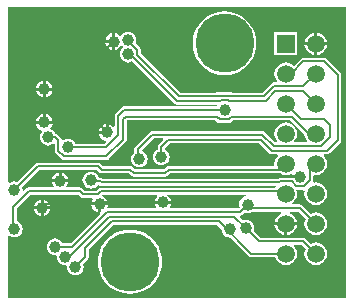
<source format=gbl>
%FSLAX44Y44*%
%MOMM*%
G71*
G01*
G75*
G04 Layer_Physical_Order=2*
G04 Layer_Color=16711680*
%ADD10R,0.7000X1.0000*%
%ADD11R,0.6000X1.8000*%
%ADD12R,1.5000X2.8000*%
%ADD13R,1.0000X0.7000*%
%ADD14R,0.5700X0.5700*%
%ADD15R,0.4700X0.6700*%
%ADD16R,0.6700X0.5500*%
%ADD17O,0.3000X0.9000*%
%ADD18O,0.9000X0.3000*%
%ADD19R,2.3000X2.3000*%
%ADD20R,0.2000X0.6000*%
%ADD21R,1.0000X0.3000*%
%ADD22R,0.9000X0.3200*%
%ADD23R,0.3000X0.9000*%
%ADD24C,0.2000*%
%ADD25R,1.5000X1.5000*%
%ADD26C,1.5000*%
%ADD27C,5.0000*%
%ADD28C,1.0000*%
G36*
X1858910Y348421D02*
X1859902Y347758D01*
X1861073Y347525D01*
X1861073Y347525D01*
X1883838D01*
X1885826Y345536D01*
X1885827Y345536D01*
X1886421Y345139D01*
X1886819Y344873D01*
X1887989Y344641D01*
X1914920D01*
X1914920Y344641D01*
X1916090Y344873D01*
X1917083Y345536D01*
X1919071Y347525D01*
X2011678D01*
X2011969Y347302D01*
X2014280Y346344D01*
X2016760Y346018D01*
X2019240Y346344D01*
X2021362Y347224D01*
X2022370Y346451D01*
X2022307Y345970D01*
X2029203D01*
Y343430D01*
X2023201D01*
X2023057Y343526D01*
X2022273Y343682D01*
X2022139Y344700D01*
X2014991Y343759D01*
X2012411D01*
X2012411Y343759D01*
X2011240Y343526D01*
X2010248Y342863D01*
X2010248Y342863D01*
X2010143Y342758D01*
X1862161D01*
X1862056Y342863D01*
X1861064Y343526D01*
X1859893Y343759D01*
X1859893Y343759D01*
X1858488D01*
X1857955Y345047D01*
X1856833Y346509D01*
X1855371Y347631D01*
X1853668Y348336D01*
X1851840Y348577D01*
X1850013Y348336D01*
X1848310Y347631D01*
X1846848Y346509D01*
X1845726Y345047D01*
X1845021Y343344D01*
X1844780Y341517D01*
X1845021Y339689D01*
X1845726Y337986D01*
X1846848Y336524D01*
X1848310Y335402D01*
X1850013Y334697D01*
X1851840Y334456D01*
X1853668Y334697D01*
X1855371Y335402D01*
X1856833Y336524D01*
X1857690Y337641D01*
X1857690D01*
D01*
X1857693Y337641D01*
X1858731Y337536D01*
X1858731Y337536D01*
Y337536D01*
X1859723Y336873D01*
X1860894Y336641D01*
X1860894Y336641D01*
X2008292D01*
X2008417Y336387D01*
X2007746Y335309D01*
X1860221D01*
X1860221Y335309D01*
X1859050Y335076D01*
X1858058Y334413D01*
X1858058Y334413D01*
X1856220Y332575D01*
X1846780D01*
X1844692Y334663D01*
X1843700Y335326D01*
X1842529Y335559D01*
X1842529Y335559D01*
X1831642D01*
X1831080Y336698D01*
X1831864Y337720D01*
X1832570Y339423D01*
X1832643Y339980D01*
X1818857D01*
X1818930Y339423D01*
X1819635Y337720D01*
X1820420Y336698D01*
X1819858Y335559D01*
X1799250D01*
X1799250Y335559D01*
X1798080Y335326D01*
X1797087Y334663D01*
X1797087Y334663D01*
X1795273Y332848D01*
X1794134Y333410D01*
X1794148Y333516D01*
X1793907Y335344D01*
X1793618Y336042D01*
X1808034Y350458D01*
X1856873D01*
X1858910Y348421D01*
D02*
G37*
G36*
X2067910Y242090D02*
X1782090D01*
Y294090D01*
X1783229Y294652D01*
X1783557Y294400D01*
X1785260Y293695D01*
X1787087Y293454D01*
X1788915Y293695D01*
X1790617Y294400D01*
X1792080Y295522D01*
X1793202Y296985D01*
X1793907Y298687D01*
X1794148Y300515D01*
X1793907Y302342D01*
X1793202Y304045D01*
X1792080Y305507D01*
X1790617Y306629D01*
X1789131Y307245D01*
Y318055D01*
X1800517Y329441D01*
X1841263D01*
X1843350Y327354D01*
X1843350D01*
X1843350Y327354D01*
X1843350D01*
X1843350Y327354D01*
Y327354D01*
X1843350Y327354D01*
Y327354D01*
X1844342Y326691D01*
X1845513Y326458D01*
X1852795D01*
X1853357Y325319D01*
X1853136Y325030D01*
X1852430Y323327D01*
X1852357Y322770D01*
X1866143D01*
X1866070Y323327D01*
X1865365Y325030D01*
X1864242Y326492D01*
X1862780Y327615D01*
X1861077Y328320D01*
X1860961Y328664D01*
X1861488Y329191D01*
X1907670D01*
X1908078Y327989D01*
X1907758Y327742D01*
X1906635Y326280D01*
X1905930Y324577D01*
X1905857Y324020D01*
X1919643D01*
X1919570Y324577D01*
X1918864Y326280D01*
X1917742Y327742D01*
X1916280Y328865D01*
X1916345Y329191D01*
X1983381D01*
X1983464Y327924D01*
X1982673Y327820D01*
X1980970Y327114D01*
X1979507Y325992D01*
X1978385Y324530D01*
X1977680Y322827D01*
X1977440Y321000D01*
X1977680Y319173D01*
X1977876Y318701D01*
X1976983Y317809D01*
X1919218D01*
X1918656Y318948D01*
X1918864Y319220D01*
X1919570Y320923D01*
X1919643Y321480D01*
X1905857D01*
X1905930Y320923D01*
X1906635Y319220D01*
X1906844Y318948D01*
X1906283Y317809D01*
X1866441D01*
X1865735Y318865D01*
X1866070Y319673D01*
X1866143Y320230D01*
X1860520D01*
Y314606D01*
X1859438Y314464D01*
X1860000Y313325D01*
X1834983Y288309D01*
X1828060D01*
X1827865Y288780D01*
X1826742Y290242D01*
X1825280Y291364D01*
X1823577Y292070D01*
X1821750Y292310D01*
X1819923Y292070D01*
X1818220Y291364D01*
X1816758Y290242D01*
X1815636Y288780D01*
X1814930Y287077D01*
X1814690Y285250D01*
X1814930Y283423D01*
X1815636Y281720D01*
X1816758Y280258D01*
X1818220Y279135D01*
X1819923Y278430D01*
X1821750Y278190D01*
X1822357Y278270D01*
X1823255Y277372D01*
X1823175Y276765D01*
X1823416Y274937D01*
X1824121Y273235D01*
X1825243Y271772D01*
X1826705Y270650D01*
X1828408Y269945D01*
X1830235Y269704D01*
X1830842Y269784D01*
X1831740Y268886D01*
X1831660Y268279D01*
X1831901Y266452D01*
X1832606Y264749D01*
X1833728Y263287D01*
X1835190Y262165D01*
X1836893Y261460D01*
X1838721Y261219D01*
X1840548Y261460D01*
X1842251Y262165D01*
X1843713Y263287D01*
X1844835Y264749D01*
X1845540Y266452D01*
X1845781Y268279D01*
X1845540Y270107D01*
X1845345Y270578D01*
X1849163Y274396D01*
X1849163Y274396D01*
X1849826Y275388D01*
X1850059Y276559D01*
Y282831D01*
X1870919Y303691D01*
X1958983D01*
X1962980Y299694D01*
X1963180Y298173D01*
X1963885Y296470D01*
X1965008Y295008D01*
X1966470Y293885D01*
X1968173Y293180D01*
X1969694Y292980D01*
X1985437Y277237D01*
X1985437Y277237D01*
X1986429Y276574D01*
X1986429Y276574D01*
X1986429Y276574D01*
D01*
X1986429Y276574D01*
X1986429Y276574D01*
X1987600Y276341D01*
X1987600Y276341D01*
X2007744D01*
X2008462Y274609D01*
X2009984Y272624D01*
X2011969Y271102D01*
X2014280Y270145D01*
X2016760Y269818D01*
X2019240Y270145D01*
X2021551Y271102D01*
X2023535Y272624D01*
X2025058Y274609D01*
X2026015Y276920D01*
X2026342Y279400D01*
X2026015Y281880D01*
X2025058Y284191D01*
X2023535Y286175D01*
X2023761Y286841D01*
X2030393D01*
X2033622Y283612D01*
X2032905Y281880D01*
X2032578Y279400D01*
X2032905Y276920D01*
X2033862Y274609D01*
X2035385Y272624D01*
X2037369Y271102D01*
X2039680Y270145D01*
X2042160Y269818D01*
X2044640Y270145D01*
X2046951Y271102D01*
X2048935Y272624D01*
X2050458Y274609D01*
X2051416Y276920D01*
X2051742Y279400D01*
X2051416Y281880D01*
X2050458Y284191D01*
X2048935Y286175D01*
X2046951Y287698D01*
X2044640Y288655D01*
X2042160Y288982D01*
X2039680Y288655D01*
X2037948Y287938D01*
X2033823Y292063D01*
X2032831Y292726D01*
X2031660Y292959D01*
X2031660Y292959D01*
X1995367D01*
X1989624Y298701D01*
X1989820Y299173D01*
X1990060Y301000D01*
X1989820Y302827D01*
X1989115Y304530D01*
X1987992Y305993D01*
X1986530Y307115D01*
X1984827Y307820D01*
X1983000Y308060D01*
X1981173Y307820D01*
X1980701Y307624D01*
X1977981Y310345D01*
X1978250Y311691D01*
X1979420Y311924D01*
X1980413Y312587D01*
X1982201Y314375D01*
X1982673Y314180D01*
X1984500Y313940D01*
X1986327Y314180D01*
X1988030Y314886D01*
X1988103Y314941D01*
X2013164D01*
X2013411Y313696D01*
X2011969Y313098D01*
X2009984Y311575D01*
X2008462Y309591D01*
X2007504Y307280D01*
X2007345Y306070D01*
X2026175D01*
X2026015Y307280D01*
X2025058Y309591D01*
X2023535Y311575D01*
X2021551Y313098D01*
X2020109Y313696D01*
X2020356Y314941D01*
X2027693D01*
X2033622Y309012D01*
X2032905Y307280D01*
X2032578Y304800D01*
X2032905Y302320D01*
X2033862Y300009D01*
X2035385Y298025D01*
X2037369Y296502D01*
X2039680Y295544D01*
X2042160Y295218D01*
X2044640Y295544D01*
X2046951Y296502D01*
X2048935Y298025D01*
X2050458Y300009D01*
X2051416Y302320D01*
X2051742Y304800D01*
X2051416Y307280D01*
X2050458Y309591D01*
X2048935Y311575D01*
X2046951Y313098D01*
X2044640Y314056D01*
X2042160Y314382D01*
X2039680Y314056D01*
X2037948Y313338D01*
X2031123Y320163D01*
X2030130Y320826D01*
X2028960Y321059D01*
X2028960Y321059D01*
X2022428D01*
X2022020Y322261D01*
X2023535Y323425D01*
X2025058Y325409D01*
X2026015Y327720D01*
X2026342Y330200D01*
X2026015Y332680D01*
X2025708Y333423D01*
X2025886Y333641D01*
X2025886Y333641D01*
X2030584D01*
X2032905Y332680D01*
X2032578Y330200D01*
X2032905Y327720D01*
X2033862Y325409D01*
X2035385Y323425D01*
X2037369Y321902D01*
X2039680Y320945D01*
X2042160Y320618D01*
X2044640Y320945D01*
X2046951Y321902D01*
X2048935Y323425D01*
X2050458Y325409D01*
X2051416Y327720D01*
X2051742Y330200D01*
X2051416Y332680D01*
X2050458Y334991D01*
X2048935Y336975D01*
X2046951Y338498D01*
X2044640Y339455D01*
X2042160Y339782D01*
X2040961Y339624D01*
X2040093Y340551D01*
X2040259Y341386D01*
Y345305D01*
X2041214Y346143D01*
X2042160Y346018D01*
X2044640Y346344D01*
X2046951Y347302D01*
X2048935Y348825D01*
X2050458Y350809D01*
X2051416Y353120D01*
X2051742Y355600D01*
X2051416Y358080D01*
X2050458Y360391D01*
X2048935Y362375D01*
X2049297Y363441D01*
X2051750D01*
X2051750Y363441D01*
X2052921Y363674D01*
X2053913Y364337D01*
X2062913Y373337D01*
X2062913Y373337D01*
X2063576Y374329D01*
X2063576Y374329D01*
X2063576Y374329D01*
X2063809Y375500D01*
X2063809Y375500D01*
Y431000D01*
X2063576Y432170D01*
X2062913Y433163D01*
X2051613Y444463D01*
X2050621Y445126D01*
X2049450Y445359D01*
X2049450Y445359D01*
X2031660D01*
X2030490Y445126D01*
X2029497Y444463D01*
X2023605Y438571D01*
X2023535Y438575D01*
X2021551Y440098D01*
X2019240Y441055D01*
X2016760Y441382D01*
X2014280Y441055D01*
X2011969Y440098D01*
X2009984Y438575D01*
X2008462Y436591D01*
X2007504Y434280D01*
X2007178Y431800D01*
X2007504Y429320D01*
X2008462Y427009D01*
X2009621Y425498D01*
X2009060Y424359D01*
X2006643D01*
X2005473Y424126D01*
X2004480Y423463D01*
X1996826Y415809D01*
X1971666D01*
X1971237Y416096D01*
X1970066Y416328D01*
X1970066Y416328D01*
X1959189D01*
X1958018Y416096D01*
X1957589Y415809D01*
X1927517D01*
X1894309Y449017D01*
Y451564D01*
X1894076Y452734D01*
X1893413Y453727D01*
X1889673Y457466D01*
X1890070Y458423D01*
X1890310Y460250D01*
X1890070Y462077D01*
X1889364Y463780D01*
X1888242Y465243D01*
X1886780Y466365D01*
X1885077Y467070D01*
X1883250Y467310D01*
X1881423Y467070D01*
X1879720Y466365D01*
X1878258Y465243D01*
X1877135Y463780D01*
D01*
X1876084Y464015D01*
X1874621Y465137D01*
X1872919Y465842D01*
X1872361Y465916D01*
Y459020D01*
Y452129D01*
X1872919Y452203D01*
X1874621Y452908D01*
X1876084Y454030D01*
X1877206Y455492D01*
X1877206D01*
X1877206D01*
X1878258Y455258D01*
X1878743Y454885D01*
Y453615D01*
X1878258Y453242D01*
X1877135Y451780D01*
X1876430Y450077D01*
X1876190Y448250D01*
X1876430Y446423D01*
X1877135Y444720D01*
X1878258Y443258D01*
X1879720Y442136D01*
X1881423Y441430D01*
X1883250Y441190D01*
X1885077Y441430D01*
X1886780Y442136D01*
X1886838Y442180D01*
X1922430Y406587D01*
X1923423Y405924D01*
X1924593Y405691D01*
X1924593Y405691D01*
X1958208D01*
X1958383Y405429D01*
X1957784Y404309D01*
X1880000D01*
X1880000Y404309D01*
X1878829Y404076D01*
X1877837Y403413D01*
X1872837Y398413D01*
X1872174Y397421D01*
X1871941Y396250D01*
X1871941Y396250D01*
Y387412D01*
X1870739Y387003D01*
X1870733Y387011D01*
X1869270Y388133D01*
X1867568Y388838D01*
X1867010Y388912D01*
Y382016D01*
X1865743D01*
Y380749D01*
X1858847D01*
X1858920Y380191D01*
X1859626Y378488D01*
X1860748Y377026D01*
X1862210Y375904D01*
X1863913Y375199D01*
X1864442Y375129D01*
X1864851Y373927D01*
X1863483Y372559D01*
X1838663D01*
X1838365Y373280D01*
X1837242Y374743D01*
X1835780Y375864D01*
X1834077Y376570D01*
X1832250Y376810D01*
X1830423Y376570D01*
X1828720Y375864D01*
X1828387Y375609D01*
X1827198Y376056D01*
X1827076Y376670D01*
X1826413Y377663D01*
X1823913Y380163D01*
X1822921Y380826D01*
X1821815Y381046D01*
X1821615Y381530D01*
X1820492Y382993D01*
X1819030Y384114D01*
X1817327Y384820D01*
X1817203Y385285D01*
X1817493Y385508D01*
X1818615Y386970D01*
X1819320Y388673D01*
X1819393Y389230D01*
X1805607D01*
X1805680Y388673D01*
X1806385Y386970D01*
X1807508Y385508D01*
X1808970Y384385D01*
X1809657Y384101D01*
X1810104Y383519D01*
X1810313Y382739D01*
X1809386Y381530D01*
X1808680Y379827D01*
X1808440Y378000D01*
X1808680Y376173D01*
X1809386Y374470D01*
X1810508Y373008D01*
X1811970Y371885D01*
X1813673Y371180D01*
X1815500Y370940D01*
X1817327Y371180D01*
X1819030Y371885D01*
X1820052Y372670D01*
X1821191Y372108D01*
Y366436D01*
X1821191Y366436D01*
X1821424Y365266D01*
X1822087Y364273D01*
X1826773Y359587D01*
X1826773Y359587D01*
X1827368Y359190D01*
X1827766Y358924D01*
X1828936Y358691D01*
X1865000D01*
X1865000Y358691D01*
X1866171Y358924D01*
X1867163Y359587D01*
X1881163Y373587D01*
X1881163Y373587D01*
X1881826Y374580D01*
X1881826Y374579D01*
X1881826Y374580D01*
X1882059Y375750D01*
X1882059Y375750D01*
Y391733D01*
X1882767Y392441D01*
X1957309D01*
X1958644Y391107D01*
X1959636Y390444D01*
X1960807Y390211D01*
X1960807Y390211D01*
X1968409D01*
X1968410Y390211D01*
X1969580Y390444D01*
X1970573Y391107D01*
X1971907Y392441D01*
X2020736D01*
X2032639Y380539D01*
X2032905Y378520D01*
X2033862Y376209D01*
X2035021Y374698D01*
X2034460Y373559D01*
X2024460D01*
X2023899Y374698D01*
X2025058Y376209D01*
X2026015Y378520D01*
X2026342Y381000D01*
X2026015Y383480D01*
X2025058Y385791D01*
X2023535Y387775D01*
X2021551Y389298D01*
X2019240Y390256D01*
X2016760Y390582D01*
X2014280Y390256D01*
X2011969Y389298D01*
X2009984Y387775D01*
X2008462Y385791D01*
X2007504Y383480D01*
X2007178Y381000D01*
X2007504Y378520D01*
X2008462Y376209D01*
X2009621Y374698D01*
X2009198Y373838D01*
X2007944Y373631D01*
X1999163Y382413D01*
X1998170Y383076D01*
X1997000Y383309D01*
X1997000Y383309D01*
X1904000D01*
X1904000Y383309D01*
X1902829Y383076D01*
X1901837Y382413D01*
X1889337Y369913D01*
X1888674Y368921D01*
X1888441Y367750D01*
X1888441Y367750D01*
Y365055D01*
X1887967Y364692D01*
X1886845Y363229D01*
X1886140Y361527D01*
X1885900Y359699D01*
X1886140Y357872D01*
X1886845Y356169D01*
X1887967Y354707D01*
X1889430Y353585D01*
X1891133Y352879D01*
X1892960Y352639D01*
X1894787Y352879D01*
X1896490Y353585D01*
X1897952Y354707D01*
X1899074Y356169D01*
X1899780Y357872D01*
X1900020Y359699D01*
X1899780Y361527D01*
X1899074Y363229D01*
X1897952Y364692D01*
X1896490Y365814D01*
X1894787Y366519D01*
X1894738Y366663D01*
X1905267Y377191D01*
X1912706D01*
X1913192Y376018D01*
X1909337Y372163D01*
X1908674Y371171D01*
X1908441Y370000D01*
X1908441Y370000D01*
Y367560D01*
X1907970Y367365D01*
X1906508Y366242D01*
X1905385Y364780D01*
X1904680Y363077D01*
X1904440Y361250D01*
X1904680Y359423D01*
X1905385Y357720D01*
X1906508Y356258D01*
X1907970Y355135D01*
X1909673Y354430D01*
X1911500Y354190D01*
X1913327Y354430D01*
X1915030Y355135D01*
X1916492Y356258D01*
X1917614Y357720D01*
X1918320Y359423D01*
X1918560Y361250D01*
X1918320Y363077D01*
X1917614Y364780D01*
X1916492Y366242D01*
X1915030Y367365D01*
X1914559Y367560D01*
Y368733D01*
X1918767Y372941D01*
X1994326D01*
X2002930Y364337D01*
X2002930Y364337D01*
X2003525Y363940D01*
X2003923Y363674D01*
X2005093Y363441D01*
X2009367D01*
X2009928Y362302D01*
X2008462Y360391D01*
X2007504Y358080D01*
X2007178Y355600D01*
X2007310Y354597D01*
X2006473Y353643D01*
X1917804D01*
X1916634Y353410D01*
X1916236Y353144D01*
X1915641Y352747D01*
X1915641Y352747D01*
X1913653Y350758D01*
X1889256D01*
X1887268Y352747D01*
X1886275Y353410D01*
X1885105Y353643D01*
X1885105Y353643D01*
X1862340D01*
X1860303Y355680D01*
X1859311Y356343D01*
X1858140Y356576D01*
X1858140Y356575D01*
X1806767D01*
X1806767Y356576D01*
X1805596Y356343D01*
X1804604Y355680D01*
X1804604Y355680D01*
X1789159Y340235D01*
X1788915Y340336D01*
X1787087Y340577D01*
X1785260Y340336D01*
X1783557Y339631D01*
X1783229Y339379D01*
X1782090Y339941D01*
Y487910D01*
X2067910D01*
Y242090D01*
D02*
G37*
%LPC*%
G36*
X1824480Y348143D02*
X1823923Y348070D01*
X1822220Y347365D01*
X1820757Y346242D01*
X1819635Y344780D01*
X1818930Y343077D01*
X1818857Y342520D01*
X1824480D01*
Y348143D01*
D02*
G37*
G36*
X1811770Y325143D02*
Y319520D01*
X1817393D01*
X1817320Y320077D01*
X1816615Y321780D01*
X1815493Y323242D01*
X1814030Y324365D01*
X1812327Y325070D01*
X1811770Y325143D01*
D02*
G37*
G36*
X1864470Y388912D02*
X1863913Y388838D01*
X1862210Y388133D01*
X1860748Y387011D01*
X1859626Y385549D01*
X1858920Y383846D01*
X1858847Y383289D01*
X1864470D01*
Y388912D01*
D02*
G37*
G36*
X1827020Y348143D02*
Y342520D01*
X1832643D01*
X1832570Y343077D01*
X1831864Y344780D01*
X1830742Y346242D01*
X1829280Y347365D01*
X1827577Y348070D01*
X1827020Y348143D01*
D02*
G37*
G36*
X1809230Y325143D02*
X1808673Y325070D01*
X1806970Y324365D01*
X1805508Y323242D01*
X1804386Y321780D01*
X1803680Y320077D01*
X1803607Y319520D01*
X1809230D01*
Y325143D01*
D02*
G37*
G36*
X2026175Y303530D02*
X2018030D01*
Y295385D01*
X2019240Y295544D01*
X2021551Y296502D01*
X2023535Y298025D01*
X2025058Y300009D01*
X2026015Y302320D01*
X2026175Y303530D01*
D02*
G37*
G36*
X2015490D02*
X2007345D01*
X2007504Y302320D01*
X2008462Y300009D01*
X2009984Y298025D01*
X2011969Y296502D01*
X2014280Y295544D01*
X2015490Y295385D01*
Y303530D01*
D02*
G37*
G36*
X1885000Y299583D02*
X1880763Y299250D01*
X1876631Y298258D01*
X1872704Y296631D01*
X1869081Y294411D01*
X1865849Y291651D01*
X1863089Y288419D01*
X1860869Y284795D01*
X1859242Y280869D01*
X1858250Y276737D01*
X1857917Y272500D01*
X1858250Y268263D01*
X1859242Y264131D01*
X1860869Y260204D01*
X1863089Y256581D01*
X1865849Y253349D01*
X1869081Y250589D01*
X1872704Y248368D01*
X1876631Y246742D01*
X1880763Y245750D01*
X1885000Y245416D01*
X1889237Y245750D01*
X1893369Y246742D01*
X1897296Y248368D01*
X1900919Y250589D01*
X1904151Y253349D01*
X1906911Y256581D01*
X1909132Y260204D01*
X1910758Y264131D01*
X1911750Y268263D01*
X1912083Y272500D01*
X1911750Y276737D01*
X1910758Y280869D01*
X1909132Y284795D01*
X1906911Y288419D01*
X1904151Y291651D01*
X1900919Y294411D01*
X1897296Y296631D01*
X1893369Y298258D01*
X1889237Y299250D01*
X1885000Y299583D01*
D02*
G37*
G36*
X1857980Y320230D02*
X1852357D01*
X1852430Y319673D01*
X1853136Y317970D01*
X1854258Y316507D01*
X1855720Y315385D01*
X1857423Y314680D01*
X1857980Y314607D01*
Y320230D01*
D02*
G37*
G36*
X1817393Y316980D02*
X1811770D01*
Y311357D01*
X1812327Y311430D01*
X1814030Y312136D01*
X1815493Y313258D01*
X1816615Y314720D01*
X1817320Y316423D01*
X1817393Y316980D01*
D02*
G37*
G36*
X1809230D02*
X1803607D01*
X1803680Y316423D01*
X1804386Y314720D01*
X1805508Y313258D01*
X1806970Y312136D01*
X1808673Y311430D01*
X1809230Y311357D01*
Y316980D01*
D02*
G37*
G36*
X1811230Y397393D02*
X1810673Y397320D01*
X1808970Y396614D01*
X1807508Y395493D01*
X1806385Y394030D01*
X1805680Y392327D01*
X1805607Y391770D01*
X1811230D01*
Y397393D01*
D02*
G37*
G36*
X1869821Y457752D02*
X1864198D01*
X1864272Y457195D01*
X1864977Y455492D01*
X1866099Y454030D01*
X1867561Y452908D01*
X1869264Y452203D01*
X1869821Y452129D01*
Y457752D01*
D02*
G37*
G36*
X2051575Y455930D02*
X2043430D01*
Y447785D01*
X2044640Y447944D01*
X2046951Y448902D01*
X2048935Y450424D01*
X2050458Y452409D01*
X2051416Y454720D01*
X2051575Y455930D01*
D02*
G37*
G36*
X2040890D02*
X2032745D01*
X2032905Y454720D01*
X2033862Y452409D01*
X2035385Y450424D01*
X2037369Y448902D01*
X2039680Y447944D01*
X2040890Y447785D01*
Y455930D01*
D02*
G37*
G36*
X1869821Y465916D02*
X1869264Y465842D01*
X1867561Y465137D01*
X1866099Y464015D01*
X1864977Y462553D01*
X1864272Y460850D01*
X1864198Y460292D01*
X1869821D01*
Y465916D01*
D02*
G37*
G36*
X2043430Y466615D02*
Y458470D01*
X2051575D01*
X2051416Y459680D01*
X2050458Y461991D01*
X2048935Y463975D01*
X2046951Y465498D01*
X2044640Y466455D01*
X2043430Y466615D01*
D02*
G37*
G36*
X2040890D02*
X2039680Y466455D01*
X2037369Y465498D01*
X2035385Y463975D01*
X2033862Y461991D01*
X2032905Y459680D01*
X2032745Y458470D01*
X2040890D01*
Y466615D01*
D02*
G37*
G36*
X2026260Y466700D02*
X2007260D01*
Y447700D01*
X2026260D01*
Y466700D01*
D02*
G37*
G36*
X1819393Y417480D02*
X1813770D01*
Y411857D01*
X1814327Y411930D01*
X1816030Y412635D01*
X1817493Y413758D01*
X1818615Y415220D01*
X1819320Y416923D01*
X1819393Y417480D01*
D02*
G37*
G36*
X1811230D02*
X1805607D01*
X1805680Y416923D01*
X1806385Y415220D01*
X1807508Y413758D01*
X1808970Y412635D01*
X1810673Y411930D01*
X1811230Y411857D01*
Y417480D01*
D02*
G37*
G36*
X1813770Y397393D02*
Y391770D01*
X1819393D01*
X1819320Y392327D01*
X1818615Y394030D01*
X1817493Y395493D01*
X1816030Y396614D01*
X1814327Y397320D01*
X1813770Y397393D01*
D02*
G37*
G36*
X1965013Y484572D02*
X1960776Y484239D01*
X1956644Y483246D01*
X1952717Y481620D01*
X1949094Y479399D01*
X1945862Y476640D01*
X1943102Y473408D01*
X1940882Y469784D01*
X1939255Y465858D01*
X1938263Y461725D01*
X1937930Y457489D01*
X1938263Y453252D01*
X1939255Y449119D01*
X1940882Y445193D01*
X1943102Y441569D01*
X1945862Y438338D01*
X1949094Y435578D01*
X1952717Y433357D01*
X1956644Y431731D01*
X1960776Y430738D01*
X1965013Y430405D01*
X1969250Y430738D01*
X1973382Y431731D01*
X1977309Y433357D01*
X1980932Y435578D01*
X1984164Y438338D01*
X1986924Y441569D01*
X1989145Y445193D01*
X1990771Y449119D01*
X1991763Y453252D01*
X1992097Y457489D01*
X1991763Y461725D01*
X1990771Y465858D01*
X1989145Y469784D01*
X1986924Y473408D01*
X1984164Y476640D01*
X1980932Y479399D01*
X1977309Y481620D01*
X1973382Y483246D01*
X1969250Y484239D01*
X1965013Y484572D01*
D02*
G37*
G36*
X1813770Y425643D02*
Y420020D01*
X1819393D01*
X1819320Y420577D01*
X1818615Y422280D01*
X1817493Y423742D01*
X1816030Y424865D01*
X1814327Y425570D01*
X1813770Y425643D01*
D02*
G37*
G36*
X1811230D02*
X1810673Y425570D01*
X1808970Y424865D01*
X1807508Y423742D01*
X1806385Y422280D01*
X1805680Y420577D01*
X1805607Y420020D01*
X1811230D01*
Y425643D01*
D02*
G37*
%LPD*%
D24*
X1880000Y401250D02*
X1965116D01*
X1865000Y361750D02*
X1879000Y375750D01*
X1828936Y361750D02*
X1865000D01*
X1824250Y366436D02*
Y375500D01*
X1821750Y378000D02*
X1824250Y375500D01*
Y366436D02*
X1828936Y361750D01*
X1832250Y369750D02*
X1832500Y369500D01*
X1864750D01*
X1875000Y379750D01*
X1861073Y350584D02*
X1885105D01*
X1858140Y353517D02*
X1861073Y350584D01*
X1806767Y353517D02*
X1858140D01*
X1860165Y346085D02*
X1862551Y343699D01*
X1858585Y346085D02*
X1860165D01*
X1855154Y349517D02*
X1858585Y346085D01*
X1848527Y349517D02*
X1855154D01*
X1840260Y341250D02*
X1848527Y349517D01*
X1879000Y375750D02*
Y393000D01*
X1865740Y382019D02*
Y453240D01*
X1875000Y379750D02*
Y396250D01*
X1881500Y395500D02*
X1958576D01*
X1879000Y393000D02*
X1881500Y395500D01*
X1875000Y396250D02*
X1880000Y401250D01*
X1965096Y401270D02*
X1965116Y401250D01*
X1960807Y393270D02*
X1968410D01*
X1958576Y395500D02*
X1960807Y393270D01*
X1961263Y408750D02*
X1961782Y409270D01*
X1924593Y408750D02*
X1961263D01*
X1959189Y413270D02*
X1970066D01*
X1958669Y412750D02*
X1959189Y413270D01*
X1970586Y412750D02*
X1998093D01*
X1970066Y413270D02*
X1970586Y412750D01*
X1968929Y408750D02*
X1999750D01*
X1968410Y409270D02*
X1968929Y408750D01*
X1961782Y409270D02*
X1968410D01*
X1970640Y395500D02*
X2022003D01*
X1968410Y393270D02*
X1970640Y395500D01*
X1926250Y412750D02*
X1958669D01*
X2006750Y370500D02*
X2046509D01*
X1917804Y350584D02*
X2012584D01*
X2011410Y339699D02*
X2012411Y340700D01*
X1859893D02*
X1860894Y339699D01*
X2002449Y343699D02*
X2003450Y344700D01*
X1914920Y347699D02*
X1917804Y350584D01*
X1887989Y347699D02*
X1914920D01*
X1862551Y343699D02*
X2002449D01*
X1860894Y339699D02*
X2011410D01*
X1885105Y350584D02*
X1887989Y347699D01*
X2003450Y344700D02*
X2029200D01*
X2037200Y341386D02*
Y350640D01*
X2042160Y355600D01*
X2012411Y340700D02*
X2021886D01*
X2032514Y336700D02*
X2037200Y341386D01*
X2025886Y336700D02*
X2032514D01*
X2021886Y340700D02*
X2025886Y336700D01*
X2012584Y350584D02*
X2016760Y354760D01*
X2005093Y366500D02*
X2051750D01*
X2060750Y375500D01*
X2046509Y370500D02*
X2054250Y378241D01*
X1851700Y340700D02*
X1859893D01*
X1860221Y332250D02*
X2011470D01*
X2011720Y332500D01*
X2014460D02*
X2016760Y330200D01*
X2011720Y332500D02*
X2014460D01*
X1857487Y329517D02*
X1860221Y332250D01*
X1845513Y329517D02*
X1857487D01*
X1786766Y333516D02*
X1806767Y353517D01*
X1825750Y341250D02*
X1840260D01*
X2054250Y378241D02*
Y388500D01*
X2060750Y375500D02*
Y431000D01*
X1995593Y376000D02*
X2005093Y366500D01*
X2016760Y406400D02*
X2029910Y393250D01*
X2049500D01*
X2054250Y388500D01*
X1997000Y380250D02*
X2006750Y370500D01*
X1851700Y340700D02*
X1851840Y340840D01*
X1842529Y332500D02*
X1845513Y329517D01*
X1851840Y340840D02*
Y341517D01*
X1799250Y332500D02*
X1842529D01*
X1786073Y300515D02*
Y319323D01*
X1799250Y332500D01*
X1987500Y318000D02*
X2028960D01*
X2042160Y304800D01*
X1973250Y310750D02*
X1983000Y301000D01*
X1867407Y310750D02*
X1973250D01*
X1983000Y301000D02*
X1994100Y289900D01*
X2031660D01*
X1987600Y279400D02*
X2016760D01*
X1960250Y306750D02*
X1987600Y279400D01*
X1869652Y306750D02*
X1960250D01*
X1917500Y376000D02*
X1995593D01*
X1968000Y314750D02*
X1978250D01*
X1865750D02*
X1968000D01*
X1978250D02*
X1984500Y321000D01*
X2031660Y289900D02*
X2042160Y279400D01*
X2022003Y395500D02*
X2036503Y381000D01*
X2042160D01*
X2031660Y442300D02*
X2049450D01*
X1911500Y361250D02*
Y370000D01*
X1917500Y376000D01*
X1904000Y380250D02*
X1997000D01*
X1891500Y367750D02*
X1904000Y380250D01*
X2049450Y442300D02*
X2060750Y431000D01*
X2021160Y431800D02*
X2031660Y442300D01*
X2016760Y431800D02*
X2021160D01*
X1891500Y361159D02*
X1892960Y359699D01*
X1891500Y361159D02*
Y367750D01*
X1815500Y378000D02*
X1821750D01*
X1865740Y453240D02*
X1871500Y459000D01*
X1812500Y390500D02*
Y418750D01*
X2012411Y416900D02*
X2031660D01*
X2006643Y421300D02*
X2031660D01*
X2042160Y431800D01*
X2012261Y416750D02*
X2012411Y416900D01*
X2031660D02*
X2042160Y406400D01*
X1998093Y412750D02*
X2006643Y421300D01*
X2007750Y416750D02*
X2012261D01*
X1999750Y408750D02*
X2007750Y416750D01*
X1885093Y448250D02*
X1924593Y408750D01*
X1891250Y447750D02*
X1926250Y412750D01*
X1883250Y459564D02*
X1891250Y451564D01*
X1871091Y459022D02*
X1871478D01*
X1871500Y459000D01*
X1891250Y447750D02*
Y451564D01*
X1883250Y448250D02*
X1885093D01*
X2042160Y431800D02*
X2042250D01*
X1859250Y321500D02*
X1860500Y322750D01*
X1912750D01*
X1833421Y276765D02*
X1867407Y310750D01*
X1836250Y285250D02*
X1865750Y314750D01*
X1821750Y285250D02*
X1836250D01*
X1847000Y284098D02*
X1869652Y306750D01*
X1847000Y276559D02*
Y284098D01*
X1810500Y318250D02*
X1813750Y321500D01*
X1859250D01*
X1786766Y333516D02*
X1787087D01*
X2015393Y330200D02*
X2016760D01*
Y354760D02*
Y355600D01*
X1838721Y268279D02*
X1847000Y276559D01*
X1812500Y390500D02*
X1857259D01*
X1865740Y382019D01*
D25*
X2016760Y457200D02*
D03*
D26*
X2042160D02*
D03*
X2016760Y431800D02*
D03*
X2042160D02*
D03*
X2016760Y406400D02*
D03*
X2042160D02*
D03*
X2016760Y381000D02*
D03*
X2042160D02*
D03*
X2016760Y355600D02*
D03*
X2042160D02*
D03*
X2016760Y330200D02*
D03*
X2042160D02*
D03*
X2016760Y304800D02*
D03*
X2042160D02*
D03*
X2016760Y279400D02*
D03*
X2042160D02*
D03*
D27*
X1965013Y457489D02*
D03*
X1885000Y272500D02*
D03*
D28*
X1832250Y369750D02*
D03*
X1865740Y382019D02*
D03*
X1851840Y341517D02*
D03*
X1965096Y401270D02*
D03*
X2029200Y344700D02*
D03*
X1859250Y321500D02*
D03*
X1825750Y341250D02*
D03*
X1984500Y321000D02*
D03*
X1983000Y301000D02*
D03*
X1970000Y300000D02*
D03*
X1911500Y361250D02*
D03*
X1892960Y359699D02*
D03*
X1815500Y378000D02*
D03*
X1871091Y459022D02*
D03*
X1883250Y460250D02*
D03*
Y448250D02*
D03*
X1912750Y322750D02*
D03*
X1810500Y318250D02*
D03*
X1787087Y333516D02*
D03*
Y300515D02*
D03*
X1838721Y268279D02*
D03*
X1830235Y276765D02*
D03*
X1821750Y285250D02*
D03*
X1812500Y418750D02*
D03*
Y390500D02*
D03*
M02*

</source>
